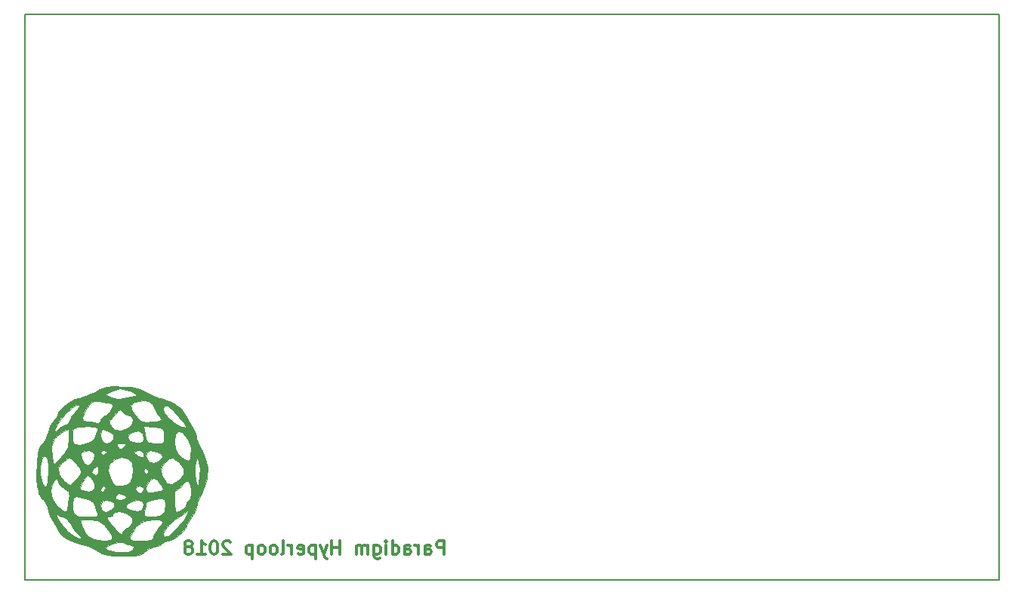
<source format=gbr>
%TF.GenerationSoftware,KiCad,Pcbnew,4.0.7-e2-6376~58~ubuntu16.04.1*%
%TF.CreationDate,2018-07-21T13:50:59-02:30*%
%TF.ProjectId,Battery_Shield,426174746572795F536869656C642E6B,rev?*%
%TF.FileFunction,Legend,Bot*%
%FSLAX46Y46*%
G04 Gerber Fmt 4.6, Leading zero omitted, Abs format (unit mm)*
G04 Created by KiCad (PCBNEW 4.0.7-e2-6376~58~ubuntu16.04.1) date Sat Jul 21 13:50:59 2018*
%MOMM*%
%LPD*%
G01*
G04 APERTURE LIST*
%ADD10C,0.100000*%
%ADD11C,0.300000*%
%ADD12C,0.150000*%
%ADD13C,0.010000*%
G04 APERTURE END LIST*
D10*
D11*
X166349999Y-126628571D02*
X166349999Y-125128571D01*
X165778571Y-125128571D01*
X165635713Y-125200000D01*
X165564285Y-125271429D01*
X165492856Y-125414286D01*
X165492856Y-125628571D01*
X165564285Y-125771429D01*
X165635713Y-125842857D01*
X165778571Y-125914286D01*
X166349999Y-125914286D01*
X164207142Y-126628571D02*
X164207142Y-125842857D01*
X164278571Y-125700000D01*
X164421428Y-125628571D01*
X164707142Y-125628571D01*
X164849999Y-125700000D01*
X164207142Y-126557143D02*
X164349999Y-126628571D01*
X164707142Y-126628571D01*
X164849999Y-126557143D01*
X164921428Y-126414286D01*
X164921428Y-126271429D01*
X164849999Y-126128571D01*
X164707142Y-126057143D01*
X164349999Y-126057143D01*
X164207142Y-125985714D01*
X163492856Y-126628571D02*
X163492856Y-125628571D01*
X163492856Y-125914286D02*
X163421428Y-125771429D01*
X163349999Y-125700000D01*
X163207142Y-125628571D01*
X163064285Y-125628571D01*
X161921428Y-126628571D02*
X161921428Y-125842857D01*
X161992857Y-125700000D01*
X162135714Y-125628571D01*
X162421428Y-125628571D01*
X162564285Y-125700000D01*
X161921428Y-126557143D02*
X162064285Y-126628571D01*
X162421428Y-126628571D01*
X162564285Y-126557143D01*
X162635714Y-126414286D01*
X162635714Y-126271429D01*
X162564285Y-126128571D01*
X162421428Y-126057143D01*
X162064285Y-126057143D01*
X161921428Y-125985714D01*
X160564285Y-126628571D02*
X160564285Y-125128571D01*
X160564285Y-126557143D02*
X160707142Y-126628571D01*
X160992856Y-126628571D01*
X161135714Y-126557143D01*
X161207142Y-126485714D01*
X161278571Y-126342857D01*
X161278571Y-125914286D01*
X161207142Y-125771429D01*
X161135714Y-125700000D01*
X160992856Y-125628571D01*
X160707142Y-125628571D01*
X160564285Y-125700000D01*
X159849999Y-126628571D02*
X159849999Y-125628571D01*
X159849999Y-125128571D02*
X159921428Y-125200000D01*
X159849999Y-125271429D01*
X159778571Y-125200000D01*
X159849999Y-125128571D01*
X159849999Y-125271429D01*
X158492856Y-125628571D02*
X158492856Y-126842857D01*
X158564285Y-126985714D01*
X158635713Y-127057143D01*
X158778570Y-127128571D01*
X158992856Y-127128571D01*
X159135713Y-127057143D01*
X158492856Y-126557143D02*
X158635713Y-126628571D01*
X158921427Y-126628571D01*
X159064285Y-126557143D01*
X159135713Y-126485714D01*
X159207142Y-126342857D01*
X159207142Y-125914286D01*
X159135713Y-125771429D01*
X159064285Y-125700000D01*
X158921427Y-125628571D01*
X158635713Y-125628571D01*
X158492856Y-125700000D01*
X157778570Y-126628571D02*
X157778570Y-125628571D01*
X157778570Y-125771429D02*
X157707142Y-125700000D01*
X157564284Y-125628571D01*
X157349999Y-125628571D01*
X157207142Y-125700000D01*
X157135713Y-125842857D01*
X157135713Y-126628571D01*
X157135713Y-125842857D02*
X157064284Y-125700000D01*
X156921427Y-125628571D01*
X156707142Y-125628571D01*
X156564284Y-125700000D01*
X156492856Y-125842857D01*
X156492856Y-126628571D01*
X154635713Y-126628571D02*
X154635713Y-125128571D01*
X154635713Y-125842857D02*
X153778570Y-125842857D01*
X153778570Y-126628571D02*
X153778570Y-125128571D01*
X153207141Y-125628571D02*
X152849998Y-126628571D01*
X152492856Y-125628571D02*
X152849998Y-126628571D01*
X152992856Y-126985714D01*
X153064284Y-127057143D01*
X153207141Y-127128571D01*
X151921427Y-125628571D02*
X151921427Y-127128571D01*
X151921427Y-125700000D02*
X151778570Y-125628571D01*
X151492856Y-125628571D01*
X151349999Y-125700000D01*
X151278570Y-125771429D01*
X151207141Y-125914286D01*
X151207141Y-126342857D01*
X151278570Y-126485714D01*
X151349999Y-126557143D01*
X151492856Y-126628571D01*
X151778570Y-126628571D01*
X151921427Y-126557143D01*
X149992856Y-126557143D02*
X150135713Y-126628571D01*
X150421427Y-126628571D01*
X150564284Y-126557143D01*
X150635713Y-126414286D01*
X150635713Y-125842857D01*
X150564284Y-125700000D01*
X150421427Y-125628571D01*
X150135713Y-125628571D01*
X149992856Y-125700000D01*
X149921427Y-125842857D01*
X149921427Y-125985714D01*
X150635713Y-126128571D01*
X149278570Y-126628571D02*
X149278570Y-125628571D01*
X149278570Y-125914286D02*
X149207142Y-125771429D01*
X149135713Y-125700000D01*
X148992856Y-125628571D01*
X148849999Y-125628571D01*
X148135713Y-126628571D02*
X148278571Y-126557143D01*
X148349999Y-126414286D01*
X148349999Y-125128571D01*
X147349999Y-126628571D02*
X147492857Y-126557143D01*
X147564285Y-126485714D01*
X147635714Y-126342857D01*
X147635714Y-125914286D01*
X147564285Y-125771429D01*
X147492857Y-125700000D01*
X147349999Y-125628571D01*
X147135714Y-125628571D01*
X146992857Y-125700000D01*
X146921428Y-125771429D01*
X146849999Y-125914286D01*
X146849999Y-126342857D01*
X146921428Y-126485714D01*
X146992857Y-126557143D01*
X147135714Y-126628571D01*
X147349999Y-126628571D01*
X145992856Y-126628571D02*
X146135714Y-126557143D01*
X146207142Y-126485714D01*
X146278571Y-126342857D01*
X146278571Y-125914286D01*
X146207142Y-125771429D01*
X146135714Y-125700000D01*
X145992856Y-125628571D01*
X145778571Y-125628571D01*
X145635714Y-125700000D01*
X145564285Y-125771429D01*
X145492856Y-125914286D01*
X145492856Y-126342857D01*
X145564285Y-126485714D01*
X145635714Y-126557143D01*
X145778571Y-126628571D01*
X145992856Y-126628571D01*
X144849999Y-125628571D02*
X144849999Y-127128571D01*
X144849999Y-125700000D02*
X144707142Y-125628571D01*
X144421428Y-125628571D01*
X144278571Y-125700000D01*
X144207142Y-125771429D01*
X144135713Y-125914286D01*
X144135713Y-126342857D01*
X144207142Y-126485714D01*
X144278571Y-126557143D01*
X144421428Y-126628571D01*
X144707142Y-126628571D01*
X144849999Y-126557143D01*
X142421428Y-125271429D02*
X142349999Y-125200000D01*
X142207142Y-125128571D01*
X141849999Y-125128571D01*
X141707142Y-125200000D01*
X141635713Y-125271429D01*
X141564285Y-125414286D01*
X141564285Y-125557143D01*
X141635713Y-125771429D01*
X142492856Y-126628571D01*
X141564285Y-126628571D01*
X140635714Y-125128571D02*
X140492857Y-125128571D01*
X140350000Y-125200000D01*
X140278571Y-125271429D01*
X140207142Y-125414286D01*
X140135714Y-125700000D01*
X140135714Y-126057143D01*
X140207142Y-126342857D01*
X140278571Y-126485714D01*
X140350000Y-126557143D01*
X140492857Y-126628571D01*
X140635714Y-126628571D01*
X140778571Y-126557143D01*
X140850000Y-126485714D01*
X140921428Y-126342857D01*
X140992857Y-126057143D01*
X140992857Y-125700000D01*
X140921428Y-125414286D01*
X140850000Y-125271429D01*
X140778571Y-125200000D01*
X140635714Y-125128571D01*
X138707143Y-126628571D02*
X139564286Y-126628571D01*
X139135714Y-126628571D02*
X139135714Y-125128571D01*
X139278571Y-125342857D01*
X139421429Y-125485714D01*
X139564286Y-125557143D01*
X137850000Y-125771429D02*
X137992858Y-125700000D01*
X138064286Y-125628571D01*
X138135715Y-125485714D01*
X138135715Y-125414286D01*
X138064286Y-125271429D01*
X137992858Y-125200000D01*
X137850000Y-125128571D01*
X137564286Y-125128571D01*
X137421429Y-125200000D01*
X137350000Y-125271429D01*
X137278572Y-125414286D01*
X137278572Y-125485714D01*
X137350000Y-125628571D01*
X137421429Y-125700000D01*
X137564286Y-125771429D01*
X137850000Y-125771429D01*
X137992858Y-125842857D01*
X138064286Y-125914286D01*
X138135715Y-126057143D01*
X138135715Y-126342857D01*
X138064286Y-126485714D01*
X137992858Y-126557143D01*
X137850000Y-126628571D01*
X137564286Y-126628571D01*
X137421429Y-126557143D01*
X137350000Y-126485714D01*
X137278572Y-126342857D01*
X137278572Y-126057143D01*
X137350000Y-125914286D01*
X137421429Y-125842857D01*
X137564286Y-125771429D01*
D12*
X228600000Y-66040000D02*
X119380000Y-66040000D01*
X228600000Y-129540000D02*
X228600000Y-66040000D01*
X119380000Y-129540000D02*
X228600000Y-129540000D01*
X119380000Y-66040000D02*
X119380000Y-129540000D01*
D13*
G36*
X131470870Y-126819766D02*
X132163557Y-126737824D01*
X132551578Y-126574270D01*
X132709360Y-126388549D01*
X133130496Y-126033729D01*
X133817193Y-125775996D01*
X133891742Y-125760733D01*
X134505795Y-125585781D01*
X134812363Y-125381361D01*
X134820263Y-125348928D01*
X135047843Y-125165804D01*
X135444488Y-125111316D01*
X135936615Y-124935051D01*
X136553255Y-124506468D01*
X137119394Y-123975882D01*
X137460020Y-123493609D01*
X137493947Y-123351066D01*
X137643195Y-123050256D01*
X138004796Y-122541117D01*
X138028684Y-122510588D01*
X138407079Y-121895734D01*
X138563421Y-121377414D01*
X138679547Y-120893734D01*
X138977454Y-120142063D01*
X139230723Y-119608734D01*
X139768563Y-118182264D01*
X139833706Y-116853522D01*
X139426227Y-115470375D01*
X139232961Y-115063471D01*
X138858227Y-114250277D01*
X138615618Y-113580750D01*
X138564540Y-113316320D01*
X138407084Y-112802016D01*
X138065463Y-112246846D01*
X137630290Y-111569367D01*
X137381230Y-111014578D01*
X136885157Y-110273161D01*
X135926245Y-109620222D01*
X134574767Y-109102566D01*
X134464317Y-109071799D01*
X133622650Y-108785765D01*
X132960703Y-108461236D01*
X132770763Y-108318357D01*
X132209091Y-108051272D01*
X131175848Y-107871556D01*
X130453024Y-107815823D01*
X129328631Y-107789856D01*
X128504294Y-107880925D01*
X127750849Y-108129463D01*
X127200263Y-108389715D01*
X126523245Y-108702656D01*
X128374114Y-108702656D01*
X128990346Y-108360671D01*
X130013845Y-108039393D01*
X131044038Y-108239547D01*
X131336217Y-108384183D01*
X131996381Y-108749680D01*
X130890446Y-109047478D01*
X129969201Y-109209966D01*
X129258284Y-109097568D01*
X129079312Y-109023966D01*
X128374114Y-108702656D01*
X126523245Y-108702656D01*
X126387028Y-108765620D01*
X125723939Y-109011608D01*
X125457591Y-109066766D01*
X124957333Y-109218738D01*
X124298585Y-109590148D01*
X123651153Y-110060827D01*
X123184844Y-110510604D01*
X123056052Y-110766329D01*
X122887014Y-111205040D01*
X122566719Y-111632564D01*
X122166952Y-112270673D01*
X122043484Y-112631212D01*
X122706448Y-112631212D01*
X122901562Y-112161256D01*
X123327157Y-111512769D01*
X123920506Y-110796022D01*
X124000172Y-110710482D01*
X124598142Y-110175460D01*
X125110228Y-109883055D01*
X125419866Y-109888615D01*
X125462368Y-110016180D01*
X125299388Y-110295002D01*
X124927631Y-110735016D01*
X124538065Y-111262611D01*
X124525570Y-111296345D01*
X125771968Y-111296345D01*
X126049210Y-110659004D01*
X126331315Y-110214748D01*
X126768490Y-109645332D01*
X127189076Y-109431812D01*
X127838872Y-109468096D01*
X128002368Y-109493485D01*
X128685077Y-109611650D01*
X129088573Y-109697989D01*
X129128079Y-109713010D01*
X129149795Y-109980569D01*
X131257436Y-109980569D01*
X131491365Y-109597743D01*
X131707587Y-109521482D01*
X132682582Y-109379903D01*
X133281298Y-109448064D01*
X133631578Y-109757360D01*
X133758445Y-110025136D01*
X133908372Y-110308551D01*
X134820263Y-110308551D01*
X134955724Y-109918618D01*
X135339523Y-109967773D01*
X135937782Y-110440905D01*
X136501539Y-111058554D01*
X137133396Y-111837816D01*
X137421584Y-112276598D01*
X137382187Y-112430049D01*
X137031288Y-112353316D01*
X136860991Y-112291115D01*
X136136856Y-111890603D01*
X135454405Y-111315978D01*
X134966945Y-110716181D01*
X134820263Y-110308551D01*
X133908372Y-110308551D01*
X134130070Y-110727638D01*
X134470659Y-111161451D01*
X134704464Y-111440478D01*
X134617469Y-111596362D01*
X134123527Y-111697289D01*
X133734358Y-111744215D01*
X132899313Y-111779976D01*
X132351234Y-111609454D01*
X131984475Y-111304004D01*
X131426083Y-110576863D01*
X131257436Y-109980569D01*
X129149795Y-109980569D01*
X129153929Y-110031494D01*
X128935384Y-110516107D01*
X128594968Y-110943984D01*
X128374553Y-111083636D01*
X127956339Y-111397129D01*
X127868684Y-111655833D01*
X127702274Y-111941677D01*
X127445764Y-111905184D01*
X126841701Y-111774604D01*
X126376290Y-111742895D01*
X125880477Y-111640052D01*
X125771968Y-111296345D01*
X124525570Y-111296345D01*
X124392894Y-111654532D01*
X124166393Y-111969259D01*
X128848483Y-111969259D01*
X128866713Y-111656498D01*
X129198756Y-111196832D01*
X129397901Y-110966248D01*
X129891419Y-110466323D01*
X130154304Y-110383739D01*
X130227762Y-110528413D01*
X130528338Y-110877635D01*
X130798157Y-110940789D01*
X131267798Y-111137117D01*
X131433943Y-111597863D01*
X131271126Y-112130668D01*
X131159207Y-112244453D01*
X132631540Y-112244453D01*
X133792744Y-112327884D01*
X134515106Y-112405128D01*
X134851141Y-112584655D01*
X134948557Y-112996116D01*
X134953947Y-113347105D01*
X134918711Y-113968762D01*
X134892837Y-113997320D01*
X136157105Y-113997320D01*
X136244492Y-113158288D01*
X136515903Y-112811664D01*
X136985213Y-112942914D01*
X137092894Y-113016989D01*
X137678331Y-113740400D01*
X137976188Y-114712577D01*
X137921948Y-115696292D01*
X137867046Y-115863539D01*
X137702923Y-116105701D01*
X137407157Y-116045039D01*
X136931256Y-115733516D01*
X136426508Y-115281894D01*
X136203115Y-114740621D01*
X136157105Y-113997320D01*
X134892837Y-113997320D01*
X134704497Y-114205191D01*
X134148545Y-114203087D01*
X134018157Y-114190530D01*
X133370998Y-114126883D01*
X133068872Y-114003083D01*
X132931442Y-113659327D01*
X132821345Y-113129990D01*
X132631540Y-112244453D01*
X131159207Y-112244453D01*
X130993107Y-112413320D01*
X130179398Y-112779100D01*
X129478080Y-112632763D01*
X129105129Y-112314414D01*
X128848483Y-111969259D01*
X124166393Y-111969259D01*
X124165184Y-111970938D01*
X123724473Y-112167838D01*
X123223956Y-112374271D01*
X123056052Y-112573985D01*
X122853965Y-112807715D01*
X122804539Y-112812368D01*
X122706448Y-112631212D01*
X122043484Y-112631212D01*
X121897374Y-113057864D01*
X121642750Y-113777326D01*
X121273971Y-114281626D01*
X121256916Y-114294613D01*
X121072501Y-114534528D01*
X122313159Y-114534528D01*
X122669991Y-113590308D01*
X123405827Y-112977998D01*
X123966714Y-112700033D01*
X124250633Y-112556627D01*
X124259210Y-112551610D01*
X124259210Y-113302324D01*
X124664613Y-113302324D01*
X124721727Y-112715753D01*
X124838508Y-112455877D01*
X125189487Y-112352325D01*
X125883765Y-112288028D01*
X126337640Y-112277631D01*
X127115813Y-112300912D01*
X127469751Y-112401050D01*
X127509031Y-112623487D01*
X127465903Y-112745526D01*
X127244886Y-113347105D01*
X127868684Y-113347105D01*
X127890889Y-112763425D01*
X128059677Y-112581625D01*
X128528302Y-112707855D01*
X128765874Y-112797693D01*
X129243943Y-113174880D01*
X129290848Y-113528050D01*
X130867108Y-113528050D01*
X131051505Y-113114818D01*
X131400508Y-112890760D01*
X132093343Y-112777758D01*
X132551616Y-113108758D01*
X132681315Y-113664152D01*
X132582801Y-114017852D01*
X132190265Y-114121065D01*
X131814558Y-114099308D01*
X131134730Y-113894949D01*
X130867108Y-113528050D01*
X129290848Y-113528050D01*
X129307047Y-113650012D01*
X128991521Y-114034196D01*
X128505921Y-114149210D01*
X128048869Y-114056140D01*
X127882366Y-113671318D01*
X127868684Y-113347105D01*
X127244886Y-113347105D01*
X127226859Y-113396171D01*
X127146917Y-113650067D01*
X126827900Y-113953576D01*
X126203145Y-114202318D01*
X125852110Y-114268623D01*
X129578866Y-114268623D01*
X129808632Y-114160379D01*
X130153139Y-114149210D01*
X130607254Y-114207534D01*
X130658984Y-114347971D01*
X130656882Y-114349737D01*
X130290714Y-114717685D01*
X130254509Y-114763445D01*
X129985556Y-114766292D01*
X129750766Y-114562919D01*
X129578866Y-114268623D01*
X125852110Y-114268623D01*
X125501604Y-114334828D01*
X124952236Y-114289639D01*
X124885867Y-114257083D01*
X124721706Y-113906605D01*
X124664613Y-113302324D01*
X124259210Y-113302324D01*
X124259210Y-113701998D01*
X124171214Y-114574616D01*
X123825550Y-115246562D01*
X123748944Y-115331577D01*
X125642533Y-115331577D01*
X125811598Y-115123382D01*
X126559202Y-114983270D01*
X126991757Y-115218684D01*
X127868684Y-115218684D01*
X128086311Y-114984038D01*
X128285516Y-114951316D01*
X128562257Y-115080934D01*
X128537105Y-115218684D01*
X128424837Y-115303150D01*
X131646054Y-115303150D01*
X131740999Y-115038138D01*
X132146578Y-114951316D01*
X132582065Y-115118494D01*
X132681315Y-115352368D01*
X132646232Y-115588553D01*
X132948684Y-115588553D01*
X133039455Y-115126218D01*
X133384308Y-114972332D01*
X134092055Y-115086736D01*
X134218684Y-115119834D01*
X134729787Y-115363127D01*
X134736704Y-115725816D01*
X134423913Y-116111575D01*
X133857832Y-116398539D01*
X133312105Y-116280806D01*
X132979300Y-115826648D01*
X132948684Y-115588553D01*
X132646232Y-115588553D01*
X132631087Y-115690505D01*
X132366504Y-115707964D01*
X132034762Y-115591131D01*
X131646054Y-115303150D01*
X128424837Y-115303150D01*
X128195286Y-115475854D01*
X128120273Y-115486053D01*
X127875885Y-115282119D01*
X127868684Y-115218684D01*
X126991757Y-115218684D01*
X127038048Y-115243877D01*
X127140076Y-115470862D01*
X127102557Y-115994481D01*
X126814735Y-116431426D01*
X126421884Y-116641691D01*
X126076946Y-116495429D01*
X125706521Y-115847552D01*
X125642533Y-115331577D01*
X123748944Y-115331577D01*
X123411385Y-115706184D01*
X122563559Y-116554416D01*
X122387509Y-115752866D01*
X122313159Y-114534528D01*
X121072501Y-114534528D01*
X120992273Y-114638900D01*
X120819650Y-115276082D01*
X120713729Y-116312621D01*
X120693920Y-116662095D01*
X120668874Y-117557303D01*
X121048828Y-117557303D01*
X121059479Y-116765247D01*
X121197749Y-116087153D01*
X121435265Y-115663540D01*
X121737685Y-115631155D01*
X121871359Y-115961504D01*
X121961702Y-116658946D01*
X121971326Y-116929277D01*
X123115147Y-116929277D01*
X123538011Y-116292301D01*
X123657631Y-116201109D01*
X124114721Y-115889618D01*
X124312277Y-115767445D01*
X124521333Y-115919163D01*
X124965206Y-116309811D01*
X125047540Y-116385659D01*
X125567942Y-116946428D01*
X125670365Y-117387661D01*
X126837433Y-117387661D01*
X126993139Y-117047948D01*
X127073998Y-116947639D01*
X127414535Y-116715953D01*
X127591802Y-116937930D01*
X127569095Y-117272426D01*
X128711083Y-117272426D01*
X128860911Y-116457990D01*
X129399941Y-115926741D01*
X130212247Y-115753421D01*
X130888419Y-115852283D01*
X131260469Y-116232590D01*
X131352955Y-116444150D01*
X131470075Y-117208168D01*
X132681315Y-117208168D01*
X132810933Y-116931426D01*
X132948684Y-116956579D01*
X133188405Y-117275208D01*
X134587426Y-117275208D01*
X134658630Y-116807265D01*
X135055827Y-116320100D01*
X135087631Y-116288158D01*
X135570804Y-115866394D01*
X135943619Y-115819730D01*
X136412628Y-116154500D01*
X136607767Y-116334764D01*
X137129396Y-117024825D01*
X137128142Y-117563167D01*
X138374401Y-117563167D01*
X138421101Y-116673025D01*
X138432837Y-116608019D01*
X138565481Y-115989320D01*
X138670938Y-115846896D01*
X138816718Y-116130735D01*
X138874385Y-116280916D01*
X138992618Y-116978018D01*
X138963419Y-117851044D01*
X138938416Y-118018810D01*
X138751810Y-119095526D01*
X138496868Y-118345914D01*
X138374401Y-117563167D01*
X137128142Y-117563167D01*
X137127893Y-117670019D01*
X136601771Y-118338784D01*
X136563442Y-118372526D01*
X135853536Y-118771799D01*
X135262540Y-118653836D01*
X134820713Y-118025506D01*
X134799781Y-117972182D01*
X134587426Y-117275208D01*
X133188405Y-117275208D01*
X133205853Y-117298398D01*
X133216052Y-117373411D01*
X133012119Y-117617799D01*
X132948684Y-117625000D01*
X132714038Y-117407372D01*
X132681315Y-117208168D01*
X131470075Y-117208168D01*
X131480649Y-117277140D01*
X131397713Y-117981519D01*
X131162846Y-118573346D01*
X130739424Y-118835160D01*
X130241632Y-118908222D01*
X129559551Y-118895437D01*
X129173779Y-118631577D01*
X128987098Y-118294063D01*
X128711083Y-117272426D01*
X127569095Y-117272426D01*
X127555058Y-117479187D01*
X127344579Y-117732830D01*
X127083771Y-117638337D01*
X126837433Y-117387661D01*
X125670365Y-117387661D01*
X125673030Y-117399138D01*
X125364913Y-117925583D01*
X125069292Y-118259547D01*
X124408849Y-118972178D01*
X123732450Y-118384057D01*
X123181082Y-117659260D01*
X123115147Y-116929277D01*
X121971326Y-116929277D01*
X121986578Y-117357631D01*
X121934566Y-118380433D01*
X121792044Y-118953544D01*
X121579290Y-119052267D01*
X121316576Y-118651909D01*
X121194170Y-118322803D01*
X121048828Y-117557303D01*
X120668874Y-117557303D01*
X120655347Y-118040741D01*
X120720479Y-119023852D01*
X120865195Y-119560192D01*
X122276608Y-119560192D01*
X122422465Y-118761316D01*
X122650120Y-118295048D01*
X122907536Y-118167663D01*
X123052723Y-118434223D01*
X123056052Y-118515610D01*
X123269649Y-118886695D01*
X123746501Y-119240999D01*
X123790325Y-119274358D01*
X125509956Y-119274358D01*
X125639255Y-118869003D01*
X125884601Y-118386147D01*
X126184718Y-117853680D01*
X126407544Y-117746185D01*
X126718986Y-118012399D01*
X126803128Y-118102348D01*
X127139290Y-118697602D01*
X127164631Y-119150500D01*
X127018787Y-119378674D01*
X127868684Y-119378674D01*
X128008277Y-119012857D01*
X128136052Y-118961842D01*
X128395768Y-119153740D01*
X128403421Y-119213431D01*
X128356930Y-119300053D01*
X131709659Y-119300053D01*
X131797356Y-119132819D01*
X132222419Y-118959034D01*
X132593943Y-119118831D01*
X132631243Y-119223027D01*
X132948684Y-119223027D01*
X133145789Y-118582088D01*
X133416578Y-118264368D01*
X133814159Y-118065214D01*
X134163739Y-118255474D01*
X134352368Y-118465039D01*
X134701046Y-118959040D01*
X134820263Y-119258831D01*
X134608253Y-119482344D01*
X134486052Y-119500230D01*
X133970245Y-119569223D01*
X133550263Y-119665097D01*
X133092804Y-119696586D01*
X132952196Y-119359292D01*
X132948684Y-119223027D01*
X132631243Y-119223027D01*
X132681315Y-119362895D01*
X132475383Y-119717547D01*
X132296042Y-119763947D01*
X131858412Y-119615933D01*
X131709659Y-119300053D01*
X128356930Y-119300053D01*
X128209071Y-119575538D01*
X128136052Y-119630263D01*
X127907158Y-119569651D01*
X127868684Y-119378674D01*
X127018787Y-119378674D01*
X126932216Y-119514114D01*
X126409373Y-119571387D01*
X126246104Y-119550915D01*
X125696797Y-119451909D01*
X125509956Y-119274358D01*
X123790325Y-119274358D01*
X124233774Y-119611907D01*
X124319885Y-120090798D01*
X129531981Y-120090798D01*
X129651140Y-119942193D01*
X129851852Y-119785283D01*
X130124622Y-119827985D01*
X130385281Y-119925648D01*
X130451527Y-119983702D01*
X136092785Y-119983702D01*
X136145796Y-119552941D01*
X136193957Y-119496579D01*
X136479456Y-119322444D01*
X136943524Y-118897590D01*
X136997989Y-118841594D01*
X137435682Y-118430910D01*
X137668118Y-118396020D01*
X137809365Y-118641068D01*
X137955545Y-119254582D01*
X138009892Y-119830789D01*
X137939810Y-120363907D01*
X137761315Y-120566053D01*
X137522564Y-120781937D01*
X137493947Y-120957698D01*
X137284176Y-121349756D01*
X136817147Y-121731014D01*
X136336282Y-121902893D01*
X136335288Y-121902895D01*
X136242148Y-121664009D01*
X136149592Y-121059579D01*
X136115258Y-120699737D01*
X136092785Y-119983702D01*
X130451527Y-119983702D01*
X130673348Y-120178091D01*
X130529297Y-120436619D01*
X130036571Y-120565406D01*
X129991852Y-120566053D01*
X129536638Y-120428869D01*
X129531981Y-120090798D01*
X124319885Y-120090798D01*
X124324631Y-120117192D01*
X124281237Y-120389074D01*
X124181765Y-120989799D01*
X124660263Y-120989799D01*
X124784070Y-120316962D01*
X125158457Y-120114340D01*
X125448402Y-120191068D01*
X126057233Y-120395625D01*
X126440755Y-120493285D01*
X126958854Y-120776060D01*
X127145684Y-121060482D01*
X127204355Y-121234474D01*
X127868684Y-121234474D01*
X127980237Y-120724527D01*
X128413823Y-120568363D01*
X128521325Y-120566053D01*
X129090637Y-120669158D01*
X129346448Y-120845133D01*
X129346853Y-121107887D01*
X130708746Y-121107887D01*
X130815267Y-120960441D01*
X131309874Y-120668882D01*
X131911948Y-120566053D01*
X132482832Y-120657035D01*
X132676033Y-120993782D01*
X132681315Y-121109181D01*
X132479533Y-121651947D01*
X131942064Y-121849957D01*
X131170726Y-121665917D01*
X131166532Y-121664010D01*
X130714878Y-121389823D01*
X130708746Y-121107887D01*
X129346853Y-121107887D01*
X129347098Y-121266717D01*
X129001367Y-121676020D01*
X128471849Y-121896782D01*
X128370683Y-121902895D01*
X127971839Y-121727312D01*
X127868684Y-121234474D01*
X127204355Y-121234474D01*
X127363133Y-121705338D01*
X127465903Y-121969737D01*
X127515067Y-122247571D01*
X127291955Y-122387694D01*
X126687238Y-122434811D01*
X126321684Y-122437631D01*
X125402335Y-122370809D01*
X124895336Y-122104816D01*
X124687902Y-121541369D01*
X124660263Y-120989799D01*
X124181765Y-120989799D01*
X124166845Y-121079896D01*
X124125526Y-121535263D01*
X123987963Y-121870721D01*
X123597062Y-121764366D01*
X122985505Y-121226200D01*
X122933188Y-121170364D01*
X122402848Y-120398877D01*
X122276608Y-119560192D01*
X120865195Y-119560192D01*
X120915038Y-119744915D01*
X121264746Y-120337417D01*
X121444561Y-120557658D01*
X121836661Y-121171457D01*
X121986578Y-121702005D01*
X122069173Y-122028240D01*
X122881445Y-122028240D01*
X122947117Y-122103421D01*
X123312716Y-122385773D01*
X123606204Y-122437631D01*
X123726053Y-122496074D01*
X128547799Y-122496074D01*
X128793932Y-122437631D01*
X129156602Y-122306669D01*
X129205526Y-122189868D01*
X129421211Y-121906618D01*
X129950137Y-121844047D01*
X130615111Y-122009718D01*
X130841839Y-122120015D01*
X131014392Y-122266637D01*
X132743937Y-122266637D01*
X132756578Y-121928198D01*
X132780165Y-121836053D01*
X132911273Y-121223521D01*
X132945033Y-120918022D01*
X133087328Y-120696659D01*
X133567161Y-120524668D01*
X134472796Y-120373776D01*
X134753421Y-120338745D01*
X135008158Y-120533583D01*
X135087631Y-120945238D01*
X134998134Y-121809423D01*
X134661519Y-122268078D01*
X133975600Y-122430396D01*
X133691000Y-122437631D01*
X133013456Y-122408738D01*
X132743937Y-122266637D01*
X131014392Y-122266637D01*
X131353481Y-122554766D01*
X131402919Y-123045115D01*
X131068216Y-123544703D01*
X130769238Y-123707595D01*
X130356421Y-124012635D01*
X130274673Y-124273552D01*
X130168613Y-124437570D01*
X129832123Y-124162752D01*
X129611505Y-123908158D01*
X129103688Y-123295758D01*
X128709991Y-122824535D01*
X128665501Y-122771842D01*
X128547799Y-122496074D01*
X123726053Y-122496074D01*
X124090848Y-122673961D01*
X124310371Y-122967186D01*
X125605027Y-122967186D01*
X125718208Y-122758835D01*
X126208117Y-122706495D01*
X126526306Y-122705000D01*
X127505927Y-122862943D01*
X128236839Y-123364830D01*
X128744989Y-123978176D01*
X129063493Y-124550944D01*
X129069115Y-124567988D01*
X129101174Y-124777297D01*
X131157787Y-124777297D01*
X131223502Y-124509737D01*
X131768491Y-123483716D01*
X132642078Y-122877638D01*
X133663711Y-122705000D01*
X134365021Y-122751694D01*
X134775749Y-122869341D01*
X134820263Y-122931458D01*
X134660688Y-123276435D01*
X134285526Y-123774474D01*
X133901339Y-124327711D01*
X133879391Y-124389446D01*
X134826660Y-124389446D01*
X135051888Y-123887659D01*
X135562743Y-123258647D01*
X135601801Y-123219170D01*
X136149043Y-122728787D01*
X136562813Y-122456979D01*
X136638537Y-122437631D01*
X137005319Y-122253826D01*
X137226578Y-122036579D01*
X137583564Y-121674481D01*
X137670290Y-121773007D01*
X137574131Y-122103421D01*
X137231336Y-122706094D01*
X136658007Y-123433946D01*
X136010215Y-124112442D01*
X135444030Y-124567045D01*
X135310554Y-124634805D01*
X134906427Y-124669872D01*
X134826660Y-124389446D01*
X133879391Y-124389446D01*
X133750789Y-124751173D01*
X133554506Y-124985899D01*
X132925310Y-125097029D01*
X132395930Y-125111316D01*
X131604041Y-125094132D01*
X131230169Y-125002723D01*
X131157787Y-124777297D01*
X129101174Y-124777297D01*
X129120627Y-124904296D01*
X128912198Y-125063418D01*
X128324406Y-125109770D01*
X128061824Y-125111316D01*
X127045050Y-124975797D01*
X126341681Y-124507045D01*
X125822959Y-123611763D01*
X125754964Y-123439774D01*
X125605027Y-122967186D01*
X124310371Y-122967186D01*
X124552432Y-123290514D01*
X124560800Y-123306579D01*
X124981032Y-123985363D01*
X125402702Y-124473823D01*
X125436614Y-124501234D01*
X125707704Y-124755383D01*
X125500940Y-124830766D01*
X125347668Y-124835444D01*
X124846350Y-124637097D01*
X124210753Y-124126581D01*
X123582440Y-123449826D01*
X123102975Y-122752764D01*
X122936085Y-122349464D01*
X122881445Y-122028240D01*
X122069173Y-122028240D01*
X122134541Y-122286427D01*
X122477808Y-122931095D01*
X122883807Y-123587405D01*
X123140549Y-124115751D01*
X123473988Y-124476682D01*
X124137278Y-124900948D01*
X124948485Y-125296902D01*
X125725673Y-125572902D01*
X126178524Y-125646053D01*
X126649941Y-125793107D01*
X126933924Y-125952919D01*
X128403421Y-125952919D01*
X128631561Y-125699368D01*
X129167655Y-125455294D01*
X129789211Y-125297794D01*
X130273740Y-125303965D01*
X130275000Y-125304387D01*
X130893703Y-125499869D01*
X131143947Y-125573886D01*
X131564853Y-125816257D01*
X131486781Y-126099298D01*
X130941663Y-126338806D01*
X130308029Y-126402742D01*
X129557460Y-126356371D01*
X128878042Y-126228286D01*
X128457864Y-126047084D01*
X128403421Y-125952919D01*
X126933924Y-125952919D01*
X127294310Y-126155726D01*
X127422877Y-126244113D01*
X127966550Y-126563194D01*
X128589462Y-126746556D01*
X129456974Y-126827881D01*
X130359137Y-126842174D01*
X131470870Y-126819766D01*
X131470870Y-126819766D01*
G37*
X131470870Y-126819766D02*
X132163557Y-126737824D01*
X132551578Y-126574270D01*
X132709360Y-126388549D01*
X133130496Y-126033729D01*
X133817193Y-125775996D01*
X133891742Y-125760733D01*
X134505795Y-125585781D01*
X134812363Y-125381361D01*
X134820263Y-125348928D01*
X135047843Y-125165804D01*
X135444488Y-125111316D01*
X135936615Y-124935051D01*
X136553255Y-124506468D01*
X137119394Y-123975882D01*
X137460020Y-123493609D01*
X137493947Y-123351066D01*
X137643195Y-123050256D01*
X138004796Y-122541117D01*
X138028684Y-122510588D01*
X138407079Y-121895734D01*
X138563421Y-121377414D01*
X138679547Y-120893734D01*
X138977454Y-120142063D01*
X139230723Y-119608734D01*
X139768563Y-118182264D01*
X139833706Y-116853522D01*
X139426227Y-115470375D01*
X139232961Y-115063471D01*
X138858227Y-114250277D01*
X138615618Y-113580750D01*
X138564540Y-113316320D01*
X138407084Y-112802016D01*
X138065463Y-112246846D01*
X137630290Y-111569367D01*
X137381230Y-111014578D01*
X136885157Y-110273161D01*
X135926245Y-109620222D01*
X134574767Y-109102566D01*
X134464317Y-109071799D01*
X133622650Y-108785765D01*
X132960703Y-108461236D01*
X132770763Y-108318357D01*
X132209091Y-108051272D01*
X131175848Y-107871556D01*
X130453024Y-107815823D01*
X129328631Y-107789856D01*
X128504294Y-107880925D01*
X127750849Y-108129463D01*
X127200263Y-108389715D01*
X126523245Y-108702656D01*
X128374114Y-108702656D01*
X128990346Y-108360671D01*
X130013845Y-108039393D01*
X131044038Y-108239547D01*
X131336217Y-108384183D01*
X131996381Y-108749680D01*
X130890446Y-109047478D01*
X129969201Y-109209966D01*
X129258284Y-109097568D01*
X129079312Y-109023966D01*
X128374114Y-108702656D01*
X126523245Y-108702656D01*
X126387028Y-108765620D01*
X125723939Y-109011608D01*
X125457591Y-109066766D01*
X124957333Y-109218738D01*
X124298585Y-109590148D01*
X123651153Y-110060827D01*
X123184844Y-110510604D01*
X123056052Y-110766329D01*
X122887014Y-111205040D01*
X122566719Y-111632564D01*
X122166952Y-112270673D01*
X122043484Y-112631212D01*
X122706448Y-112631212D01*
X122901562Y-112161256D01*
X123327157Y-111512769D01*
X123920506Y-110796022D01*
X124000172Y-110710482D01*
X124598142Y-110175460D01*
X125110228Y-109883055D01*
X125419866Y-109888615D01*
X125462368Y-110016180D01*
X125299388Y-110295002D01*
X124927631Y-110735016D01*
X124538065Y-111262611D01*
X124525570Y-111296345D01*
X125771968Y-111296345D01*
X126049210Y-110659004D01*
X126331315Y-110214748D01*
X126768490Y-109645332D01*
X127189076Y-109431812D01*
X127838872Y-109468096D01*
X128002368Y-109493485D01*
X128685077Y-109611650D01*
X129088573Y-109697989D01*
X129128079Y-109713010D01*
X129149795Y-109980569D01*
X131257436Y-109980569D01*
X131491365Y-109597743D01*
X131707587Y-109521482D01*
X132682582Y-109379903D01*
X133281298Y-109448064D01*
X133631578Y-109757360D01*
X133758445Y-110025136D01*
X133908372Y-110308551D01*
X134820263Y-110308551D01*
X134955724Y-109918618D01*
X135339523Y-109967773D01*
X135937782Y-110440905D01*
X136501539Y-111058554D01*
X137133396Y-111837816D01*
X137421584Y-112276598D01*
X137382187Y-112430049D01*
X137031288Y-112353316D01*
X136860991Y-112291115D01*
X136136856Y-111890603D01*
X135454405Y-111315978D01*
X134966945Y-110716181D01*
X134820263Y-110308551D01*
X133908372Y-110308551D01*
X134130070Y-110727638D01*
X134470659Y-111161451D01*
X134704464Y-111440478D01*
X134617469Y-111596362D01*
X134123527Y-111697289D01*
X133734358Y-111744215D01*
X132899313Y-111779976D01*
X132351234Y-111609454D01*
X131984475Y-111304004D01*
X131426083Y-110576863D01*
X131257436Y-109980569D01*
X129149795Y-109980569D01*
X129153929Y-110031494D01*
X128935384Y-110516107D01*
X128594968Y-110943984D01*
X128374553Y-111083636D01*
X127956339Y-111397129D01*
X127868684Y-111655833D01*
X127702274Y-111941677D01*
X127445764Y-111905184D01*
X126841701Y-111774604D01*
X126376290Y-111742895D01*
X125880477Y-111640052D01*
X125771968Y-111296345D01*
X124525570Y-111296345D01*
X124392894Y-111654532D01*
X124166393Y-111969259D01*
X128848483Y-111969259D01*
X128866713Y-111656498D01*
X129198756Y-111196832D01*
X129397901Y-110966248D01*
X129891419Y-110466323D01*
X130154304Y-110383739D01*
X130227762Y-110528413D01*
X130528338Y-110877635D01*
X130798157Y-110940789D01*
X131267798Y-111137117D01*
X131433943Y-111597863D01*
X131271126Y-112130668D01*
X131159207Y-112244453D01*
X132631540Y-112244453D01*
X133792744Y-112327884D01*
X134515106Y-112405128D01*
X134851141Y-112584655D01*
X134948557Y-112996116D01*
X134953947Y-113347105D01*
X134918711Y-113968762D01*
X134892837Y-113997320D01*
X136157105Y-113997320D01*
X136244492Y-113158288D01*
X136515903Y-112811664D01*
X136985213Y-112942914D01*
X137092894Y-113016989D01*
X137678331Y-113740400D01*
X137976188Y-114712577D01*
X137921948Y-115696292D01*
X137867046Y-115863539D01*
X137702923Y-116105701D01*
X137407157Y-116045039D01*
X136931256Y-115733516D01*
X136426508Y-115281894D01*
X136203115Y-114740621D01*
X136157105Y-113997320D01*
X134892837Y-113997320D01*
X134704497Y-114205191D01*
X134148545Y-114203087D01*
X134018157Y-114190530D01*
X133370998Y-114126883D01*
X133068872Y-114003083D01*
X132931442Y-113659327D01*
X132821345Y-113129990D01*
X132631540Y-112244453D01*
X131159207Y-112244453D01*
X130993107Y-112413320D01*
X130179398Y-112779100D01*
X129478080Y-112632763D01*
X129105129Y-112314414D01*
X128848483Y-111969259D01*
X124166393Y-111969259D01*
X124165184Y-111970938D01*
X123724473Y-112167838D01*
X123223956Y-112374271D01*
X123056052Y-112573985D01*
X122853965Y-112807715D01*
X122804539Y-112812368D01*
X122706448Y-112631212D01*
X122043484Y-112631212D01*
X121897374Y-113057864D01*
X121642750Y-113777326D01*
X121273971Y-114281626D01*
X121256916Y-114294613D01*
X121072501Y-114534528D01*
X122313159Y-114534528D01*
X122669991Y-113590308D01*
X123405827Y-112977998D01*
X123966714Y-112700033D01*
X124250633Y-112556627D01*
X124259210Y-112551610D01*
X124259210Y-113302324D01*
X124664613Y-113302324D01*
X124721727Y-112715753D01*
X124838508Y-112455877D01*
X125189487Y-112352325D01*
X125883765Y-112288028D01*
X126337640Y-112277631D01*
X127115813Y-112300912D01*
X127469751Y-112401050D01*
X127509031Y-112623487D01*
X127465903Y-112745526D01*
X127244886Y-113347105D01*
X127868684Y-113347105D01*
X127890889Y-112763425D01*
X128059677Y-112581625D01*
X128528302Y-112707855D01*
X128765874Y-112797693D01*
X129243943Y-113174880D01*
X129290848Y-113528050D01*
X130867108Y-113528050D01*
X131051505Y-113114818D01*
X131400508Y-112890760D01*
X132093343Y-112777758D01*
X132551616Y-113108758D01*
X132681315Y-113664152D01*
X132582801Y-114017852D01*
X132190265Y-114121065D01*
X131814558Y-114099308D01*
X131134730Y-113894949D01*
X130867108Y-113528050D01*
X129290848Y-113528050D01*
X129307047Y-113650012D01*
X128991521Y-114034196D01*
X128505921Y-114149210D01*
X128048869Y-114056140D01*
X127882366Y-113671318D01*
X127868684Y-113347105D01*
X127244886Y-113347105D01*
X127226859Y-113396171D01*
X127146917Y-113650067D01*
X126827900Y-113953576D01*
X126203145Y-114202318D01*
X125852110Y-114268623D01*
X129578866Y-114268623D01*
X129808632Y-114160379D01*
X130153139Y-114149210D01*
X130607254Y-114207534D01*
X130658984Y-114347971D01*
X130656882Y-114349737D01*
X130290714Y-114717685D01*
X130254509Y-114763445D01*
X129985556Y-114766292D01*
X129750766Y-114562919D01*
X129578866Y-114268623D01*
X125852110Y-114268623D01*
X125501604Y-114334828D01*
X124952236Y-114289639D01*
X124885867Y-114257083D01*
X124721706Y-113906605D01*
X124664613Y-113302324D01*
X124259210Y-113302324D01*
X124259210Y-113701998D01*
X124171214Y-114574616D01*
X123825550Y-115246562D01*
X123748944Y-115331577D01*
X125642533Y-115331577D01*
X125811598Y-115123382D01*
X126559202Y-114983270D01*
X126991757Y-115218684D01*
X127868684Y-115218684D01*
X128086311Y-114984038D01*
X128285516Y-114951316D01*
X128562257Y-115080934D01*
X128537105Y-115218684D01*
X128424837Y-115303150D01*
X131646054Y-115303150D01*
X131740999Y-115038138D01*
X132146578Y-114951316D01*
X132582065Y-115118494D01*
X132681315Y-115352368D01*
X132646232Y-115588553D01*
X132948684Y-115588553D01*
X133039455Y-115126218D01*
X133384308Y-114972332D01*
X134092055Y-115086736D01*
X134218684Y-115119834D01*
X134729787Y-115363127D01*
X134736704Y-115725816D01*
X134423913Y-116111575D01*
X133857832Y-116398539D01*
X133312105Y-116280806D01*
X132979300Y-115826648D01*
X132948684Y-115588553D01*
X132646232Y-115588553D01*
X132631087Y-115690505D01*
X132366504Y-115707964D01*
X132034762Y-115591131D01*
X131646054Y-115303150D01*
X128424837Y-115303150D01*
X128195286Y-115475854D01*
X128120273Y-115486053D01*
X127875885Y-115282119D01*
X127868684Y-115218684D01*
X126991757Y-115218684D01*
X127038048Y-115243877D01*
X127140076Y-115470862D01*
X127102557Y-115994481D01*
X126814735Y-116431426D01*
X126421884Y-116641691D01*
X126076946Y-116495429D01*
X125706521Y-115847552D01*
X125642533Y-115331577D01*
X123748944Y-115331577D01*
X123411385Y-115706184D01*
X122563559Y-116554416D01*
X122387509Y-115752866D01*
X122313159Y-114534528D01*
X121072501Y-114534528D01*
X120992273Y-114638900D01*
X120819650Y-115276082D01*
X120713729Y-116312621D01*
X120693920Y-116662095D01*
X120668874Y-117557303D01*
X121048828Y-117557303D01*
X121059479Y-116765247D01*
X121197749Y-116087153D01*
X121435265Y-115663540D01*
X121737685Y-115631155D01*
X121871359Y-115961504D01*
X121961702Y-116658946D01*
X121971326Y-116929277D01*
X123115147Y-116929277D01*
X123538011Y-116292301D01*
X123657631Y-116201109D01*
X124114721Y-115889618D01*
X124312277Y-115767445D01*
X124521333Y-115919163D01*
X124965206Y-116309811D01*
X125047540Y-116385659D01*
X125567942Y-116946428D01*
X125670365Y-117387661D01*
X126837433Y-117387661D01*
X126993139Y-117047948D01*
X127073998Y-116947639D01*
X127414535Y-116715953D01*
X127591802Y-116937930D01*
X127569095Y-117272426D01*
X128711083Y-117272426D01*
X128860911Y-116457990D01*
X129399941Y-115926741D01*
X130212247Y-115753421D01*
X130888419Y-115852283D01*
X131260469Y-116232590D01*
X131352955Y-116444150D01*
X131470075Y-117208168D01*
X132681315Y-117208168D01*
X132810933Y-116931426D01*
X132948684Y-116956579D01*
X133188405Y-117275208D01*
X134587426Y-117275208D01*
X134658630Y-116807265D01*
X135055827Y-116320100D01*
X135087631Y-116288158D01*
X135570804Y-115866394D01*
X135943619Y-115819730D01*
X136412628Y-116154500D01*
X136607767Y-116334764D01*
X137129396Y-117024825D01*
X137128142Y-117563167D01*
X138374401Y-117563167D01*
X138421101Y-116673025D01*
X138432837Y-116608019D01*
X138565481Y-115989320D01*
X138670938Y-115846896D01*
X138816718Y-116130735D01*
X138874385Y-116280916D01*
X138992618Y-116978018D01*
X138963419Y-117851044D01*
X138938416Y-118018810D01*
X138751810Y-119095526D01*
X138496868Y-118345914D01*
X138374401Y-117563167D01*
X137128142Y-117563167D01*
X137127893Y-117670019D01*
X136601771Y-118338784D01*
X136563442Y-118372526D01*
X135853536Y-118771799D01*
X135262540Y-118653836D01*
X134820713Y-118025506D01*
X134799781Y-117972182D01*
X134587426Y-117275208D01*
X133188405Y-117275208D01*
X133205853Y-117298398D01*
X133216052Y-117373411D01*
X133012119Y-117617799D01*
X132948684Y-117625000D01*
X132714038Y-117407372D01*
X132681315Y-117208168D01*
X131470075Y-117208168D01*
X131480649Y-117277140D01*
X131397713Y-117981519D01*
X131162846Y-118573346D01*
X130739424Y-118835160D01*
X130241632Y-118908222D01*
X129559551Y-118895437D01*
X129173779Y-118631577D01*
X128987098Y-118294063D01*
X128711083Y-117272426D01*
X127569095Y-117272426D01*
X127555058Y-117479187D01*
X127344579Y-117732830D01*
X127083771Y-117638337D01*
X126837433Y-117387661D01*
X125670365Y-117387661D01*
X125673030Y-117399138D01*
X125364913Y-117925583D01*
X125069292Y-118259547D01*
X124408849Y-118972178D01*
X123732450Y-118384057D01*
X123181082Y-117659260D01*
X123115147Y-116929277D01*
X121971326Y-116929277D01*
X121986578Y-117357631D01*
X121934566Y-118380433D01*
X121792044Y-118953544D01*
X121579290Y-119052267D01*
X121316576Y-118651909D01*
X121194170Y-118322803D01*
X121048828Y-117557303D01*
X120668874Y-117557303D01*
X120655347Y-118040741D01*
X120720479Y-119023852D01*
X120865195Y-119560192D01*
X122276608Y-119560192D01*
X122422465Y-118761316D01*
X122650120Y-118295048D01*
X122907536Y-118167663D01*
X123052723Y-118434223D01*
X123056052Y-118515610D01*
X123269649Y-118886695D01*
X123746501Y-119240999D01*
X123790325Y-119274358D01*
X125509956Y-119274358D01*
X125639255Y-118869003D01*
X125884601Y-118386147D01*
X126184718Y-117853680D01*
X126407544Y-117746185D01*
X126718986Y-118012399D01*
X126803128Y-118102348D01*
X127139290Y-118697602D01*
X127164631Y-119150500D01*
X127018787Y-119378674D01*
X127868684Y-119378674D01*
X128008277Y-119012857D01*
X128136052Y-118961842D01*
X128395768Y-119153740D01*
X128403421Y-119213431D01*
X128356930Y-119300053D01*
X131709659Y-119300053D01*
X131797356Y-119132819D01*
X132222419Y-118959034D01*
X132593943Y-119118831D01*
X132631243Y-119223027D01*
X132948684Y-119223027D01*
X133145789Y-118582088D01*
X133416578Y-118264368D01*
X133814159Y-118065214D01*
X134163739Y-118255474D01*
X134352368Y-118465039D01*
X134701046Y-118959040D01*
X134820263Y-119258831D01*
X134608253Y-119482344D01*
X134486052Y-119500230D01*
X133970245Y-119569223D01*
X133550263Y-119665097D01*
X133092804Y-119696586D01*
X132952196Y-119359292D01*
X132948684Y-119223027D01*
X132631243Y-119223027D01*
X132681315Y-119362895D01*
X132475383Y-119717547D01*
X132296042Y-119763947D01*
X131858412Y-119615933D01*
X131709659Y-119300053D01*
X128356930Y-119300053D01*
X128209071Y-119575538D01*
X128136052Y-119630263D01*
X127907158Y-119569651D01*
X127868684Y-119378674D01*
X127018787Y-119378674D01*
X126932216Y-119514114D01*
X126409373Y-119571387D01*
X126246104Y-119550915D01*
X125696797Y-119451909D01*
X125509956Y-119274358D01*
X123790325Y-119274358D01*
X124233774Y-119611907D01*
X124319885Y-120090798D01*
X129531981Y-120090798D01*
X129651140Y-119942193D01*
X129851852Y-119785283D01*
X130124622Y-119827985D01*
X130385281Y-119925648D01*
X130451527Y-119983702D01*
X136092785Y-119983702D01*
X136145796Y-119552941D01*
X136193957Y-119496579D01*
X136479456Y-119322444D01*
X136943524Y-118897590D01*
X136997989Y-118841594D01*
X137435682Y-118430910D01*
X137668118Y-118396020D01*
X137809365Y-118641068D01*
X137955545Y-119254582D01*
X138009892Y-119830789D01*
X137939810Y-120363907D01*
X137761315Y-120566053D01*
X137522564Y-120781937D01*
X137493947Y-120957698D01*
X137284176Y-121349756D01*
X136817147Y-121731014D01*
X136336282Y-121902893D01*
X136335288Y-121902895D01*
X136242148Y-121664009D01*
X136149592Y-121059579D01*
X136115258Y-120699737D01*
X136092785Y-119983702D01*
X130451527Y-119983702D01*
X130673348Y-120178091D01*
X130529297Y-120436619D01*
X130036571Y-120565406D01*
X129991852Y-120566053D01*
X129536638Y-120428869D01*
X129531981Y-120090798D01*
X124319885Y-120090798D01*
X124324631Y-120117192D01*
X124281237Y-120389074D01*
X124181765Y-120989799D01*
X124660263Y-120989799D01*
X124784070Y-120316962D01*
X125158457Y-120114340D01*
X125448402Y-120191068D01*
X126057233Y-120395625D01*
X126440755Y-120493285D01*
X126958854Y-120776060D01*
X127145684Y-121060482D01*
X127204355Y-121234474D01*
X127868684Y-121234474D01*
X127980237Y-120724527D01*
X128413823Y-120568363D01*
X128521325Y-120566053D01*
X129090637Y-120669158D01*
X129346448Y-120845133D01*
X129346853Y-121107887D01*
X130708746Y-121107887D01*
X130815267Y-120960441D01*
X131309874Y-120668882D01*
X131911948Y-120566053D01*
X132482832Y-120657035D01*
X132676033Y-120993782D01*
X132681315Y-121109181D01*
X132479533Y-121651947D01*
X131942064Y-121849957D01*
X131170726Y-121665917D01*
X131166532Y-121664010D01*
X130714878Y-121389823D01*
X130708746Y-121107887D01*
X129346853Y-121107887D01*
X129347098Y-121266717D01*
X129001367Y-121676020D01*
X128471849Y-121896782D01*
X128370683Y-121902895D01*
X127971839Y-121727312D01*
X127868684Y-121234474D01*
X127204355Y-121234474D01*
X127363133Y-121705338D01*
X127465903Y-121969737D01*
X127515067Y-122247571D01*
X127291955Y-122387694D01*
X126687238Y-122434811D01*
X126321684Y-122437631D01*
X125402335Y-122370809D01*
X124895336Y-122104816D01*
X124687902Y-121541369D01*
X124660263Y-120989799D01*
X124181765Y-120989799D01*
X124166845Y-121079896D01*
X124125526Y-121535263D01*
X123987963Y-121870721D01*
X123597062Y-121764366D01*
X122985505Y-121226200D01*
X122933188Y-121170364D01*
X122402848Y-120398877D01*
X122276608Y-119560192D01*
X120865195Y-119560192D01*
X120915038Y-119744915D01*
X121264746Y-120337417D01*
X121444561Y-120557658D01*
X121836661Y-121171457D01*
X121986578Y-121702005D01*
X122069173Y-122028240D01*
X122881445Y-122028240D01*
X122947117Y-122103421D01*
X123312716Y-122385773D01*
X123606204Y-122437631D01*
X123726053Y-122496074D01*
X128547799Y-122496074D01*
X128793932Y-122437631D01*
X129156602Y-122306669D01*
X129205526Y-122189868D01*
X129421211Y-121906618D01*
X129950137Y-121844047D01*
X130615111Y-122009718D01*
X130841839Y-122120015D01*
X131014392Y-122266637D01*
X132743937Y-122266637D01*
X132756578Y-121928198D01*
X132780165Y-121836053D01*
X132911273Y-121223521D01*
X132945033Y-120918022D01*
X133087328Y-120696659D01*
X133567161Y-120524668D01*
X134472796Y-120373776D01*
X134753421Y-120338745D01*
X135008158Y-120533583D01*
X135087631Y-120945238D01*
X134998134Y-121809423D01*
X134661519Y-122268078D01*
X133975600Y-122430396D01*
X133691000Y-122437631D01*
X133013456Y-122408738D01*
X132743937Y-122266637D01*
X131014392Y-122266637D01*
X131353481Y-122554766D01*
X131402919Y-123045115D01*
X131068216Y-123544703D01*
X130769238Y-123707595D01*
X130356421Y-124012635D01*
X130274673Y-124273552D01*
X130168613Y-124437570D01*
X129832123Y-124162752D01*
X129611505Y-123908158D01*
X129103688Y-123295758D01*
X128709991Y-122824535D01*
X128665501Y-122771842D01*
X128547799Y-122496074D01*
X123726053Y-122496074D01*
X124090848Y-122673961D01*
X124310371Y-122967186D01*
X125605027Y-122967186D01*
X125718208Y-122758835D01*
X126208117Y-122706495D01*
X126526306Y-122705000D01*
X127505927Y-122862943D01*
X128236839Y-123364830D01*
X128744989Y-123978176D01*
X129063493Y-124550944D01*
X129069115Y-124567988D01*
X129101174Y-124777297D01*
X131157787Y-124777297D01*
X131223502Y-124509737D01*
X131768491Y-123483716D01*
X132642078Y-122877638D01*
X133663711Y-122705000D01*
X134365021Y-122751694D01*
X134775749Y-122869341D01*
X134820263Y-122931458D01*
X134660688Y-123276435D01*
X134285526Y-123774474D01*
X133901339Y-124327711D01*
X133879391Y-124389446D01*
X134826660Y-124389446D01*
X135051888Y-123887659D01*
X135562743Y-123258647D01*
X135601801Y-123219170D01*
X136149043Y-122728787D01*
X136562813Y-122456979D01*
X136638537Y-122437631D01*
X137005319Y-122253826D01*
X137226578Y-122036579D01*
X137583564Y-121674481D01*
X137670290Y-121773007D01*
X137574131Y-122103421D01*
X137231336Y-122706094D01*
X136658007Y-123433946D01*
X136010215Y-124112442D01*
X135444030Y-124567045D01*
X135310554Y-124634805D01*
X134906427Y-124669872D01*
X134826660Y-124389446D01*
X133879391Y-124389446D01*
X133750789Y-124751173D01*
X133554506Y-124985899D01*
X132925310Y-125097029D01*
X132395930Y-125111316D01*
X131604041Y-125094132D01*
X131230169Y-125002723D01*
X131157787Y-124777297D01*
X129101174Y-124777297D01*
X129120627Y-124904296D01*
X128912198Y-125063418D01*
X128324406Y-125109770D01*
X128061824Y-125111316D01*
X127045050Y-124975797D01*
X126341681Y-124507045D01*
X125822959Y-123611763D01*
X125754964Y-123439774D01*
X125605027Y-122967186D01*
X124310371Y-122967186D01*
X124552432Y-123290514D01*
X124560800Y-123306579D01*
X124981032Y-123985363D01*
X125402702Y-124473823D01*
X125436614Y-124501234D01*
X125707704Y-124755383D01*
X125500940Y-124830766D01*
X125347668Y-124835444D01*
X124846350Y-124637097D01*
X124210753Y-124126581D01*
X123582440Y-123449826D01*
X123102975Y-122752764D01*
X122936085Y-122349464D01*
X122881445Y-122028240D01*
X122069173Y-122028240D01*
X122134541Y-122286427D01*
X122477808Y-122931095D01*
X122883807Y-123587405D01*
X123140549Y-124115751D01*
X123473988Y-124476682D01*
X124137278Y-124900948D01*
X124948485Y-125296902D01*
X125725673Y-125572902D01*
X126178524Y-125646053D01*
X126649941Y-125793107D01*
X126933924Y-125952919D01*
X128403421Y-125952919D01*
X128631561Y-125699368D01*
X129167655Y-125455294D01*
X129789211Y-125297794D01*
X130273740Y-125303965D01*
X130275000Y-125304387D01*
X130893703Y-125499869D01*
X131143947Y-125573886D01*
X131564853Y-125816257D01*
X131486781Y-126099298D01*
X130941663Y-126338806D01*
X130308029Y-126402742D01*
X129557460Y-126356371D01*
X128878042Y-126228286D01*
X128457864Y-126047084D01*
X128403421Y-125952919D01*
X126933924Y-125952919D01*
X127294310Y-126155726D01*
X127422877Y-126244113D01*
X127966550Y-126563194D01*
X128589462Y-126746556D01*
X129456974Y-126827881D01*
X130359137Y-126842174D01*
X131470870Y-126819766D01*
M02*

</source>
